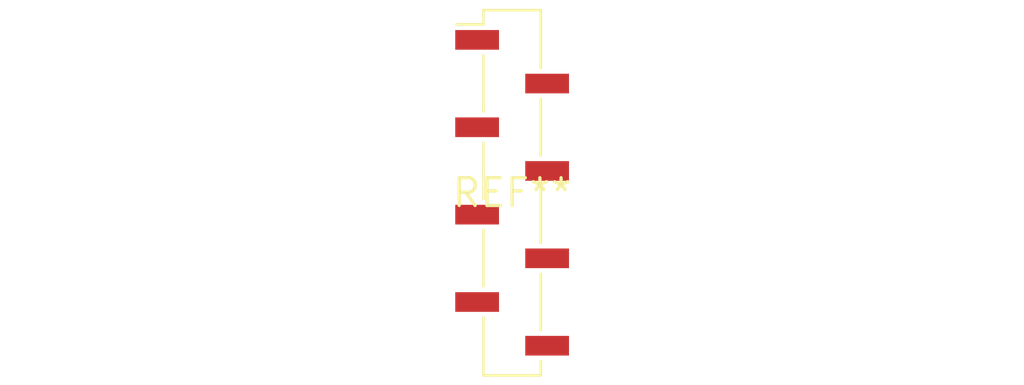
<source format=kicad_pcb>
(kicad_pcb (version 20240108) (generator pcbnew)
  (layers (0 "F.Cu" signal) (31 "B.Cu" signal) (34 "B.Paste" user) (35 "F.Paste" user) (36 "B.SilkS" user "B.Silkscreen") (37 "F.SilkS" user "F.Silkscreen") (38 "B.Mask" user) (39 "F.Mask" user) (44 "Edge.Cuts" user))
  (net 0 "")
  (footprint "PinSocket_1x08_P2.00mm_Vertical_SMD_Pin1Left" (layer "F.Cu") (at 0 0)
    (property "Reference" "REF**")
    (property "Value" "PinSocket_1x08_P2.00mm_Vertical_SMD_Pin1Left")
    (fp_line (start -2.54 -7.71) (end -1.31 -7.71) (layer "F.SilkS") (stroke (width 0.12)))
    (fp_line (start -1.31 -8.36) (end -1.31 -7.71) (layer "F.SilkS") (stroke (width 0.12)))
    (fp_line (start -1.31 -8.36) (end 1.31 -8.36) (layer "F.SilkS") (stroke (width 0.12)))
    (fp_line (start -1.31 -6.29) (end -1.31 -3.71) (layer "F.SilkS") (stroke (width 0.12)))
    (fp_line (start -1.31 -2.29) (end -1.31 0.29) (layer "F.SilkS") (stroke (width 0.12)))
    (fp_line (start -1.31 1.71) (end -1.31 4.29) (layer "F.SilkS") (stroke (width 0.12)))
    (fp_line (start -1.31 5.71) (end -1.31 8.36) (layer "F.SilkS") (stroke (width 0.12)))
    (fp_line (start -1.31 8.36) (end 1.31 8.36) (layer "F.SilkS") (stroke (width 0.12)))
    (fp_line (start 1.31 -8.36) (end 1.31 -5.71) (layer "F.SilkS") (stroke (width 0.12)))
    (fp_line (start 1.31 -4.29) (end 1.31 -1.71) (layer "F.SilkS") (stroke (width 0.12)))
    (fp_line (start 1.31 -0.29) (end 1.31 2.29) (layer "F.SilkS") (stroke (width 0.12)))
    (fp_line (start 1.31 3.71) (end 1.31 6.29) (layer "F.SilkS") (stroke (width 0.12)))
    (fp_line (start 1.31 7.71) (end 1.31 8.36) (layer "F.SilkS") (stroke (width 0.12)))
    (pad "1" smd rect (at -1.6 -7) (size 2 0.9) (layers "F.Cu" "F.Paste" "F.Mask"))
    (pad "2" smd rect (at 1.6 -5) (size 2 0.9) (layers "F.Cu" "F.Paste" "F.Mask"))
    (pad "3" smd rect (at -1.6 -3) (size 2 0.9) (layers "F.Cu" "F.Paste" "F.Mask"))
    (pad "4" smd rect (at 1.6 -1) (size 2 0.9) (layers "F.Cu" "F.Paste" "F.Mask"))
    (pad "5" smd rect (at -1.6 1) (size 2 0.9) (layers "F.Cu" "F.Paste" "F.Mask"))
    (pad "6" smd rect (at 1.6 3) (size 2 0.9) (layers "F.Cu" "F.Paste" "F.Mask"))
    (pad "7" smd rect (at -1.6 5) (size 2 0.9) (layers "F.Cu" "F.Paste" "F.Mask"))
    (pad "8" smd rect (at 1.6 7) (size 2 0.9) (layers "F.Cu" "F.Paste" "F.Mask"))
  )
)
</source>
